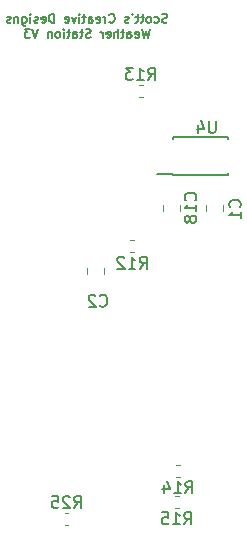
<source format=gbr>
G04 #@! TF.GenerationSoftware,KiCad,Pcbnew,(5.0.1)-rc2*
G04 #@! TF.CreationDate,2019-05-10T17:03:12-07:00*
G04 #@! TF.ProjectId,weatherStation,7765617468657253746174696F6E2E6B,rev?*
G04 #@! TF.SameCoordinates,Original*
G04 #@! TF.FileFunction,Legend,Bot*
G04 #@! TF.FilePolarity,Positive*
%FSLAX46Y46*%
G04 Gerber Fmt 4.6, Leading zero omitted, Abs format (unit mm)*
G04 Created by KiCad (PCBNEW (5.0.1)-rc2) date 5/10/2019 5:03:12 PM*
%MOMM*%
%LPD*%
G01*
G04 APERTURE LIST*
%ADD10C,0.150000*%
%ADD11C,0.120000*%
G04 APERTURE END LIST*
D10*
X107166514Y-54474191D02*
X107059371Y-54509905D01*
X106880800Y-54509905D01*
X106809371Y-54474191D01*
X106773657Y-54438477D01*
X106737942Y-54367048D01*
X106737942Y-54295620D01*
X106773657Y-54224191D01*
X106809371Y-54188477D01*
X106880800Y-54152762D01*
X107023657Y-54117048D01*
X107095085Y-54081334D01*
X107130800Y-54045620D01*
X107166514Y-53974191D01*
X107166514Y-53902762D01*
X107130800Y-53831334D01*
X107095085Y-53795620D01*
X107023657Y-53759905D01*
X106845085Y-53759905D01*
X106737942Y-53795620D01*
X106095085Y-54474191D02*
X106166514Y-54509905D01*
X106309371Y-54509905D01*
X106380800Y-54474191D01*
X106416514Y-54438477D01*
X106452228Y-54367048D01*
X106452228Y-54152762D01*
X106416514Y-54081334D01*
X106380800Y-54045620D01*
X106309371Y-54009905D01*
X106166514Y-54009905D01*
X106095085Y-54045620D01*
X105666514Y-54509905D02*
X105737942Y-54474191D01*
X105773657Y-54438477D01*
X105809371Y-54367048D01*
X105809371Y-54152762D01*
X105773657Y-54081334D01*
X105737942Y-54045620D01*
X105666514Y-54009905D01*
X105559371Y-54009905D01*
X105487942Y-54045620D01*
X105452228Y-54081334D01*
X105416514Y-54152762D01*
X105416514Y-54367048D01*
X105452228Y-54438477D01*
X105487942Y-54474191D01*
X105559371Y-54509905D01*
X105666514Y-54509905D01*
X105202228Y-54009905D02*
X104916514Y-54009905D01*
X105095085Y-53759905D02*
X105095085Y-54402762D01*
X105059371Y-54474191D01*
X104987942Y-54509905D01*
X104916514Y-54509905D01*
X104773657Y-54009905D02*
X104487942Y-54009905D01*
X104666514Y-53759905D02*
X104666514Y-54402762D01*
X104630800Y-54474191D01*
X104559371Y-54509905D01*
X104487942Y-54509905D01*
X104202228Y-53759905D02*
X104273657Y-53902762D01*
X103916514Y-54474191D02*
X103845085Y-54509905D01*
X103702228Y-54509905D01*
X103630800Y-54474191D01*
X103595085Y-54402762D01*
X103595085Y-54367048D01*
X103630800Y-54295620D01*
X103702228Y-54259905D01*
X103809371Y-54259905D01*
X103880800Y-54224191D01*
X103916514Y-54152762D01*
X103916514Y-54117048D01*
X103880800Y-54045620D01*
X103809371Y-54009905D01*
X103702228Y-54009905D01*
X103630800Y-54045620D01*
X102273657Y-54438477D02*
X102309371Y-54474191D01*
X102416514Y-54509905D01*
X102487942Y-54509905D01*
X102595085Y-54474191D01*
X102666514Y-54402762D01*
X102702228Y-54331334D01*
X102737942Y-54188477D01*
X102737942Y-54081334D01*
X102702228Y-53938477D01*
X102666514Y-53867048D01*
X102595085Y-53795620D01*
X102487942Y-53759905D01*
X102416514Y-53759905D01*
X102309371Y-53795620D01*
X102273657Y-53831334D01*
X101952228Y-54509905D02*
X101952228Y-54009905D01*
X101952228Y-54152762D02*
X101916514Y-54081334D01*
X101880800Y-54045620D01*
X101809371Y-54009905D01*
X101737942Y-54009905D01*
X101202228Y-54474191D02*
X101273657Y-54509905D01*
X101416514Y-54509905D01*
X101487942Y-54474191D01*
X101523657Y-54402762D01*
X101523657Y-54117048D01*
X101487942Y-54045620D01*
X101416514Y-54009905D01*
X101273657Y-54009905D01*
X101202228Y-54045620D01*
X101166514Y-54117048D01*
X101166514Y-54188477D01*
X101523657Y-54259905D01*
X100523657Y-54509905D02*
X100523657Y-54117048D01*
X100559371Y-54045620D01*
X100630800Y-54009905D01*
X100773657Y-54009905D01*
X100845085Y-54045620D01*
X100523657Y-54474191D02*
X100595085Y-54509905D01*
X100773657Y-54509905D01*
X100845085Y-54474191D01*
X100880800Y-54402762D01*
X100880800Y-54331334D01*
X100845085Y-54259905D01*
X100773657Y-54224191D01*
X100595085Y-54224191D01*
X100523657Y-54188477D01*
X100273657Y-54009905D02*
X99987942Y-54009905D01*
X100166514Y-53759905D02*
X100166514Y-54402762D01*
X100130800Y-54474191D01*
X100059371Y-54509905D01*
X99987942Y-54509905D01*
X99737942Y-54509905D02*
X99737942Y-54009905D01*
X99737942Y-53759905D02*
X99773657Y-53795620D01*
X99737942Y-53831334D01*
X99702228Y-53795620D01*
X99737942Y-53759905D01*
X99737942Y-53831334D01*
X99452228Y-54009905D02*
X99273657Y-54509905D01*
X99095085Y-54009905D01*
X98523657Y-54474191D02*
X98595085Y-54509905D01*
X98737942Y-54509905D01*
X98809371Y-54474191D01*
X98845085Y-54402762D01*
X98845085Y-54117048D01*
X98809371Y-54045620D01*
X98737942Y-54009905D01*
X98595085Y-54009905D01*
X98523657Y-54045620D01*
X98487942Y-54117048D01*
X98487942Y-54188477D01*
X98845085Y-54259905D01*
X97595085Y-54509905D02*
X97595085Y-53759905D01*
X97416514Y-53759905D01*
X97309371Y-53795620D01*
X97237942Y-53867048D01*
X97202228Y-53938477D01*
X97166514Y-54081334D01*
X97166514Y-54188477D01*
X97202228Y-54331334D01*
X97237942Y-54402762D01*
X97309371Y-54474191D01*
X97416514Y-54509905D01*
X97595085Y-54509905D01*
X96559371Y-54474191D02*
X96630800Y-54509905D01*
X96773657Y-54509905D01*
X96845085Y-54474191D01*
X96880800Y-54402762D01*
X96880800Y-54117048D01*
X96845085Y-54045620D01*
X96773657Y-54009905D01*
X96630800Y-54009905D01*
X96559371Y-54045620D01*
X96523657Y-54117048D01*
X96523657Y-54188477D01*
X96880800Y-54259905D01*
X96237942Y-54474191D02*
X96166514Y-54509905D01*
X96023657Y-54509905D01*
X95952228Y-54474191D01*
X95916514Y-54402762D01*
X95916514Y-54367048D01*
X95952228Y-54295620D01*
X96023657Y-54259905D01*
X96130800Y-54259905D01*
X96202228Y-54224191D01*
X96237942Y-54152762D01*
X96237942Y-54117048D01*
X96202228Y-54045620D01*
X96130800Y-54009905D01*
X96023657Y-54009905D01*
X95952228Y-54045620D01*
X95595085Y-54509905D02*
X95595085Y-54009905D01*
X95595085Y-53759905D02*
X95630800Y-53795620D01*
X95595085Y-53831334D01*
X95559371Y-53795620D01*
X95595085Y-53759905D01*
X95595085Y-53831334D01*
X94916514Y-54009905D02*
X94916514Y-54617048D01*
X94952228Y-54688477D01*
X94987942Y-54724191D01*
X95059371Y-54759905D01*
X95166514Y-54759905D01*
X95237942Y-54724191D01*
X94916514Y-54474191D02*
X94987942Y-54509905D01*
X95130800Y-54509905D01*
X95202228Y-54474191D01*
X95237942Y-54438477D01*
X95273657Y-54367048D01*
X95273657Y-54152762D01*
X95237942Y-54081334D01*
X95202228Y-54045620D01*
X95130800Y-54009905D01*
X94987942Y-54009905D01*
X94916514Y-54045620D01*
X94559371Y-54009905D02*
X94559371Y-54509905D01*
X94559371Y-54081334D02*
X94523657Y-54045620D01*
X94452228Y-54009905D01*
X94345085Y-54009905D01*
X94273657Y-54045620D01*
X94237942Y-54117048D01*
X94237942Y-54509905D01*
X93916514Y-54474191D02*
X93845085Y-54509905D01*
X93702228Y-54509905D01*
X93630800Y-54474191D01*
X93595085Y-54402762D01*
X93595085Y-54367048D01*
X93630800Y-54295620D01*
X93702228Y-54259905D01*
X93809371Y-54259905D01*
X93880800Y-54224191D01*
X93916514Y-54152762D01*
X93916514Y-54117048D01*
X93880800Y-54045620D01*
X93809371Y-54009905D01*
X93702228Y-54009905D01*
X93630800Y-54045620D01*
X105702228Y-55034905D02*
X105523657Y-55784905D01*
X105380800Y-55249191D01*
X105237942Y-55784905D01*
X105059371Y-55034905D01*
X104487942Y-55749191D02*
X104559371Y-55784905D01*
X104702228Y-55784905D01*
X104773657Y-55749191D01*
X104809371Y-55677762D01*
X104809371Y-55392048D01*
X104773657Y-55320620D01*
X104702228Y-55284905D01*
X104559371Y-55284905D01*
X104487942Y-55320620D01*
X104452228Y-55392048D01*
X104452228Y-55463477D01*
X104809371Y-55534905D01*
X103809371Y-55784905D02*
X103809371Y-55392048D01*
X103845085Y-55320620D01*
X103916514Y-55284905D01*
X104059371Y-55284905D01*
X104130800Y-55320620D01*
X103809371Y-55749191D02*
X103880800Y-55784905D01*
X104059371Y-55784905D01*
X104130800Y-55749191D01*
X104166514Y-55677762D01*
X104166514Y-55606334D01*
X104130800Y-55534905D01*
X104059371Y-55499191D01*
X103880800Y-55499191D01*
X103809371Y-55463477D01*
X103559371Y-55284905D02*
X103273657Y-55284905D01*
X103452228Y-55034905D02*
X103452228Y-55677762D01*
X103416514Y-55749191D01*
X103345085Y-55784905D01*
X103273657Y-55784905D01*
X103023657Y-55784905D02*
X103023657Y-55034905D01*
X102702228Y-55784905D02*
X102702228Y-55392048D01*
X102737942Y-55320620D01*
X102809371Y-55284905D01*
X102916514Y-55284905D01*
X102987942Y-55320620D01*
X103023657Y-55356334D01*
X102059371Y-55749191D02*
X102130800Y-55784905D01*
X102273657Y-55784905D01*
X102345085Y-55749191D01*
X102380800Y-55677762D01*
X102380800Y-55392048D01*
X102345085Y-55320620D01*
X102273657Y-55284905D01*
X102130800Y-55284905D01*
X102059371Y-55320620D01*
X102023657Y-55392048D01*
X102023657Y-55463477D01*
X102380800Y-55534905D01*
X101702228Y-55784905D02*
X101702228Y-55284905D01*
X101702228Y-55427762D02*
X101666514Y-55356334D01*
X101630800Y-55320620D01*
X101559371Y-55284905D01*
X101487942Y-55284905D01*
X100702228Y-55749191D02*
X100595085Y-55784905D01*
X100416514Y-55784905D01*
X100345085Y-55749191D01*
X100309371Y-55713477D01*
X100273657Y-55642048D01*
X100273657Y-55570620D01*
X100309371Y-55499191D01*
X100345085Y-55463477D01*
X100416514Y-55427762D01*
X100559371Y-55392048D01*
X100630800Y-55356334D01*
X100666514Y-55320620D01*
X100702228Y-55249191D01*
X100702228Y-55177762D01*
X100666514Y-55106334D01*
X100630800Y-55070620D01*
X100559371Y-55034905D01*
X100380800Y-55034905D01*
X100273657Y-55070620D01*
X100059371Y-55284905D02*
X99773657Y-55284905D01*
X99952228Y-55034905D02*
X99952228Y-55677762D01*
X99916514Y-55749191D01*
X99845085Y-55784905D01*
X99773657Y-55784905D01*
X99202228Y-55784905D02*
X99202228Y-55392048D01*
X99237942Y-55320620D01*
X99309371Y-55284905D01*
X99452228Y-55284905D01*
X99523657Y-55320620D01*
X99202228Y-55749191D02*
X99273657Y-55784905D01*
X99452228Y-55784905D01*
X99523657Y-55749191D01*
X99559371Y-55677762D01*
X99559371Y-55606334D01*
X99523657Y-55534905D01*
X99452228Y-55499191D01*
X99273657Y-55499191D01*
X99202228Y-55463477D01*
X98952228Y-55284905D02*
X98666514Y-55284905D01*
X98845085Y-55034905D02*
X98845085Y-55677762D01*
X98809371Y-55749191D01*
X98737942Y-55784905D01*
X98666514Y-55784905D01*
X98416514Y-55784905D02*
X98416514Y-55284905D01*
X98416514Y-55034905D02*
X98452228Y-55070620D01*
X98416514Y-55106334D01*
X98380800Y-55070620D01*
X98416514Y-55034905D01*
X98416514Y-55106334D01*
X97952228Y-55784905D02*
X98023657Y-55749191D01*
X98059371Y-55713477D01*
X98095085Y-55642048D01*
X98095085Y-55427762D01*
X98059371Y-55356334D01*
X98023657Y-55320620D01*
X97952228Y-55284905D01*
X97845085Y-55284905D01*
X97773657Y-55320620D01*
X97737942Y-55356334D01*
X97702228Y-55427762D01*
X97702228Y-55642048D01*
X97737942Y-55713477D01*
X97773657Y-55749191D01*
X97845085Y-55784905D01*
X97952228Y-55784905D01*
X97380800Y-55284905D02*
X97380800Y-55784905D01*
X97380800Y-55356334D02*
X97345085Y-55320620D01*
X97273657Y-55284905D01*
X97166514Y-55284905D01*
X97095085Y-55320620D01*
X97059371Y-55392048D01*
X97059371Y-55784905D01*
X96237942Y-55034905D02*
X95987942Y-55784905D01*
X95737942Y-55034905D01*
X95559371Y-55034905D02*
X95095085Y-55034905D01*
X95345085Y-55320620D01*
X95237942Y-55320620D01*
X95166514Y-55356334D01*
X95130800Y-55392048D01*
X95095085Y-55463477D01*
X95095085Y-55642048D01*
X95130800Y-55713477D01*
X95166514Y-55749191D01*
X95237942Y-55784905D01*
X95452228Y-55784905D01*
X95523657Y-55749191D01*
X95559371Y-55713477D01*
D11*
G04 #@! TO.C,C1*
X110440400Y-70491878D02*
X110440400Y-69974722D01*
X111860400Y-70491878D02*
X111860400Y-69974722D01*
G04 #@! TO.C,C18*
X108253600Y-70436478D02*
X108253600Y-69919322D01*
X106833600Y-70436478D02*
X106833600Y-69919322D01*
G04 #@! TO.C,R13*
X105090279Y-60835000D02*
X104764721Y-60835000D01*
X105090279Y-59815000D02*
X104764721Y-59815000D01*
G04 #@! TO.C,R14*
X107914121Y-92966000D02*
X108239679Y-92966000D01*
X107914121Y-91946000D02*
X108239679Y-91946000D01*
G04 #@! TO.C,R15*
X107812521Y-94587600D02*
X108138079Y-94587600D01*
X107812521Y-95607600D02*
X108138079Y-95607600D01*
G04 #@! TO.C,R25*
X98816379Y-96060800D02*
X98490821Y-96060800D01*
X98816379Y-97080800D02*
X98490821Y-97080800D01*
D10*
G04 #@! TO.C,U4*
X107657000Y-67411000D02*
X107657000Y-67311000D01*
X112307000Y-67411000D02*
X112307000Y-67211000D01*
X112307000Y-64161000D02*
X112307000Y-64361000D01*
X107657000Y-64161000D02*
X107657000Y-64361000D01*
X107657000Y-67411000D02*
X112307000Y-67411000D01*
X107657000Y-64161000D02*
X112307000Y-64161000D01*
X107657000Y-67311000D02*
X106307000Y-67311000D01*
D11*
G04 #@! TO.C,R12*
X104053321Y-73966800D02*
X104378879Y-73966800D01*
X104053321Y-72946800D02*
X104378879Y-72946800D01*
G04 #@! TO.C,C2*
X101802000Y-75770478D02*
X101802000Y-75253322D01*
X100382000Y-75770478D02*
X100382000Y-75253322D01*
G04 #@! TO.C,C1*
D10*
X113310942Y-70127833D02*
X113358561Y-70080214D01*
X113406180Y-69937357D01*
X113406180Y-69842119D01*
X113358561Y-69699261D01*
X113263323Y-69604023D01*
X113168085Y-69556404D01*
X112977609Y-69508785D01*
X112834752Y-69508785D01*
X112644276Y-69556404D01*
X112549038Y-69604023D01*
X112453800Y-69699261D01*
X112406180Y-69842119D01*
X112406180Y-69937357D01*
X112453800Y-70080214D01*
X112501419Y-70127833D01*
X113406180Y-71080214D02*
X113406180Y-70508785D01*
X113406180Y-70794500D02*
X112406180Y-70794500D01*
X112549038Y-70699261D01*
X112644276Y-70604023D01*
X112691895Y-70508785D01*
G04 #@! TO.C,C18*
X109550742Y-69535042D02*
X109598361Y-69487423D01*
X109645980Y-69344566D01*
X109645980Y-69249328D01*
X109598361Y-69106471D01*
X109503123Y-69011233D01*
X109407885Y-68963614D01*
X109217409Y-68915995D01*
X109074552Y-68915995D01*
X108884076Y-68963614D01*
X108788838Y-69011233D01*
X108693600Y-69106471D01*
X108645980Y-69249328D01*
X108645980Y-69344566D01*
X108693600Y-69487423D01*
X108741219Y-69535042D01*
X109645980Y-70487423D02*
X109645980Y-69915995D01*
X109645980Y-70201709D02*
X108645980Y-70201709D01*
X108788838Y-70106471D01*
X108884076Y-70011233D01*
X108931695Y-69915995D01*
X109074552Y-71058852D02*
X109026933Y-70963614D01*
X108979314Y-70915995D01*
X108884076Y-70868376D01*
X108836457Y-70868376D01*
X108741219Y-70915995D01*
X108693600Y-70963614D01*
X108645980Y-71058852D01*
X108645980Y-71249328D01*
X108693600Y-71344566D01*
X108741219Y-71392185D01*
X108836457Y-71439804D01*
X108884076Y-71439804D01*
X108979314Y-71392185D01*
X109026933Y-71344566D01*
X109074552Y-71249328D01*
X109074552Y-71058852D01*
X109122171Y-70963614D01*
X109169790Y-70915995D01*
X109265028Y-70868376D01*
X109455504Y-70868376D01*
X109550742Y-70915995D01*
X109598361Y-70963614D01*
X109645980Y-71058852D01*
X109645980Y-71249328D01*
X109598361Y-71344566D01*
X109550742Y-71392185D01*
X109455504Y-71439804D01*
X109265028Y-71439804D01*
X109169790Y-71392185D01*
X109122171Y-71344566D01*
X109074552Y-71249328D01*
G04 #@! TO.C,R13*
X105570357Y-59347380D02*
X105903690Y-58871190D01*
X106141785Y-59347380D02*
X106141785Y-58347380D01*
X105760833Y-58347380D01*
X105665595Y-58395000D01*
X105617976Y-58442619D01*
X105570357Y-58537857D01*
X105570357Y-58680714D01*
X105617976Y-58775952D01*
X105665595Y-58823571D01*
X105760833Y-58871190D01*
X106141785Y-58871190D01*
X104617976Y-59347380D02*
X105189404Y-59347380D01*
X104903690Y-59347380D02*
X104903690Y-58347380D01*
X104998928Y-58490238D01*
X105094166Y-58585476D01*
X105189404Y-58633095D01*
X104284642Y-58347380D02*
X103665595Y-58347380D01*
X103998928Y-58728333D01*
X103856071Y-58728333D01*
X103760833Y-58775952D01*
X103713214Y-58823571D01*
X103665595Y-58918809D01*
X103665595Y-59156904D01*
X103713214Y-59252142D01*
X103760833Y-59299761D01*
X103856071Y-59347380D01*
X104141785Y-59347380D01*
X104237023Y-59299761D01*
X104284642Y-59252142D01*
G04 #@! TO.C,R14*
X108719757Y-94338380D02*
X109053090Y-93862190D01*
X109291185Y-94338380D02*
X109291185Y-93338380D01*
X108910233Y-93338380D01*
X108814995Y-93386000D01*
X108767376Y-93433619D01*
X108719757Y-93528857D01*
X108719757Y-93671714D01*
X108767376Y-93766952D01*
X108814995Y-93814571D01*
X108910233Y-93862190D01*
X109291185Y-93862190D01*
X107767376Y-94338380D02*
X108338804Y-94338380D01*
X108053090Y-94338380D02*
X108053090Y-93338380D01*
X108148328Y-93481238D01*
X108243566Y-93576476D01*
X108338804Y-93624095D01*
X106910233Y-93671714D02*
X106910233Y-94338380D01*
X107148328Y-93290761D02*
X107386423Y-94005047D01*
X106767376Y-94005047D01*
G04 #@! TO.C,R15*
X108618157Y-96979980D02*
X108951490Y-96503790D01*
X109189585Y-96979980D02*
X109189585Y-95979980D01*
X108808633Y-95979980D01*
X108713395Y-96027600D01*
X108665776Y-96075219D01*
X108618157Y-96170457D01*
X108618157Y-96313314D01*
X108665776Y-96408552D01*
X108713395Y-96456171D01*
X108808633Y-96503790D01*
X109189585Y-96503790D01*
X107665776Y-96979980D02*
X108237204Y-96979980D01*
X107951490Y-96979980D02*
X107951490Y-95979980D01*
X108046728Y-96122838D01*
X108141966Y-96218076D01*
X108237204Y-96265695D01*
X106761014Y-95979980D02*
X107237204Y-95979980D01*
X107284823Y-96456171D01*
X107237204Y-96408552D01*
X107141966Y-96360933D01*
X106903871Y-96360933D01*
X106808633Y-96408552D01*
X106761014Y-96456171D01*
X106713395Y-96551409D01*
X106713395Y-96789504D01*
X106761014Y-96884742D01*
X106808633Y-96932361D01*
X106903871Y-96979980D01*
X107141966Y-96979980D01*
X107237204Y-96932361D01*
X107284823Y-96884742D01*
G04 #@! TO.C,R25*
X99296457Y-95593180D02*
X99629790Y-95116990D01*
X99867885Y-95593180D02*
X99867885Y-94593180D01*
X99486933Y-94593180D01*
X99391695Y-94640800D01*
X99344076Y-94688419D01*
X99296457Y-94783657D01*
X99296457Y-94926514D01*
X99344076Y-95021752D01*
X99391695Y-95069371D01*
X99486933Y-95116990D01*
X99867885Y-95116990D01*
X98915504Y-94688419D02*
X98867885Y-94640800D01*
X98772647Y-94593180D01*
X98534552Y-94593180D01*
X98439314Y-94640800D01*
X98391695Y-94688419D01*
X98344076Y-94783657D01*
X98344076Y-94878895D01*
X98391695Y-95021752D01*
X98963123Y-95593180D01*
X98344076Y-95593180D01*
X97439314Y-94593180D02*
X97915504Y-94593180D01*
X97963123Y-95069371D01*
X97915504Y-95021752D01*
X97820266Y-94974133D01*
X97582171Y-94974133D01*
X97486933Y-95021752D01*
X97439314Y-95069371D01*
X97391695Y-95164609D01*
X97391695Y-95402704D01*
X97439314Y-95497942D01*
X97486933Y-95545561D01*
X97582171Y-95593180D01*
X97820266Y-95593180D01*
X97915504Y-95545561D01*
X97963123Y-95497942D01*
G04 #@! TO.C,U4*
X111277304Y-62825380D02*
X111277304Y-63634904D01*
X111229685Y-63730142D01*
X111182066Y-63777761D01*
X111086828Y-63825380D01*
X110896352Y-63825380D01*
X110801114Y-63777761D01*
X110753495Y-63730142D01*
X110705876Y-63634904D01*
X110705876Y-62825380D01*
X109801114Y-63158714D02*
X109801114Y-63825380D01*
X110039209Y-62777761D02*
X110277304Y-63492047D01*
X109658257Y-63492047D01*
G04 #@! TO.C,R12*
X104858957Y-75339180D02*
X105192290Y-74862990D01*
X105430385Y-75339180D02*
X105430385Y-74339180D01*
X105049433Y-74339180D01*
X104954195Y-74386800D01*
X104906576Y-74434419D01*
X104858957Y-74529657D01*
X104858957Y-74672514D01*
X104906576Y-74767752D01*
X104954195Y-74815371D01*
X105049433Y-74862990D01*
X105430385Y-74862990D01*
X103906576Y-75339180D02*
X104478004Y-75339180D01*
X104192290Y-75339180D02*
X104192290Y-74339180D01*
X104287528Y-74482038D01*
X104382766Y-74577276D01*
X104478004Y-74624895D01*
X103525623Y-74434419D02*
X103478004Y-74386800D01*
X103382766Y-74339180D01*
X103144671Y-74339180D01*
X103049433Y-74386800D01*
X103001814Y-74434419D01*
X102954195Y-74529657D01*
X102954195Y-74624895D01*
X103001814Y-74767752D01*
X103573242Y-75339180D01*
X102954195Y-75339180D01*
G04 #@! TO.C,C2*
X101474566Y-78449442D02*
X101522185Y-78497061D01*
X101665042Y-78544680D01*
X101760280Y-78544680D01*
X101903138Y-78497061D01*
X101998376Y-78401823D01*
X102045995Y-78306585D01*
X102093614Y-78116109D01*
X102093614Y-77973252D01*
X102045995Y-77782776D01*
X101998376Y-77687538D01*
X101903138Y-77592300D01*
X101760280Y-77544680D01*
X101665042Y-77544680D01*
X101522185Y-77592300D01*
X101474566Y-77639919D01*
X101093614Y-77639919D02*
X101045995Y-77592300D01*
X100950757Y-77544680D01*
X100712661Y-77544680D01*
X100617423Y-77592300D01*
X100569804Y-77639919D01*
X100522185Y-77735157D01*
X100522185Y-77830395D01*
X100569804Y-77973252D01*
X101141233Y-78544680D01*
X100522185Y-78544680D01*
G04 #@! TD*
M02*

</source>
